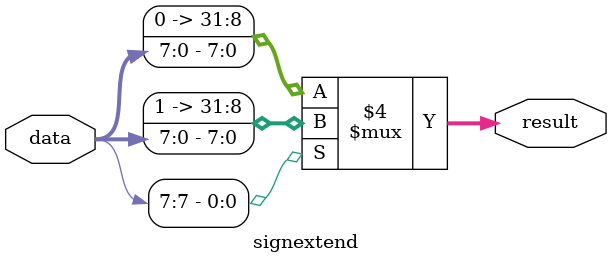
<source format=v>
module signextend(
    input [7:0] data,
    output reg [31:0] result
);

 always @(*) begin
    if (data[7] == 1'b1)
        result = {24'b111111111111111111111111, data};
    else
        result = {24'b00000000, data};
 end

endmodule

</source>
